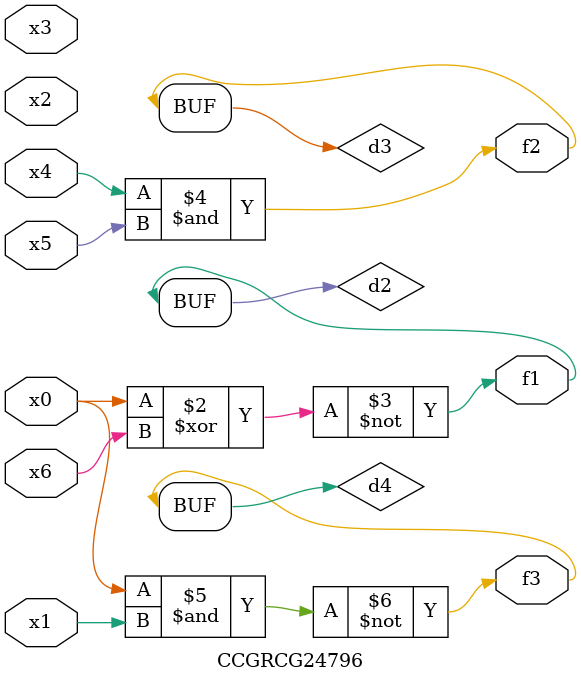
<source format=v>
module CCGRCG24796(
	input x0, x1, x2, x3, x4, x5, x6,
	output f1, f2, f3
);

	wire d1, d2, d3, d4;

	nor (d1, x0);
	xnor (d2, x0, x6);
	and (d3, x4, x5);
	nand (d4, x0, x1);
	assign f1 = d2;
	assign f2 = d3;
	assign f3 = d4;
endmodule

</source>
